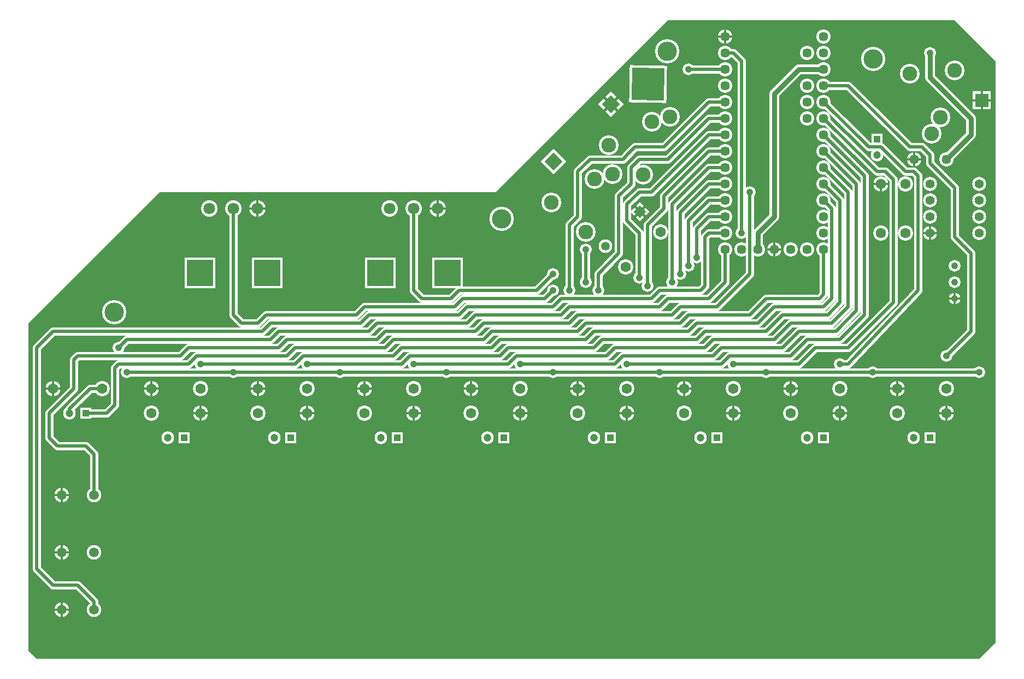
<source format=gbl>
%FSLAX33Y33*%
%MOMM*%
%AMRect-W1762000-H1762000-RO1.000*
21,1,1.762,1.762,0.,0.,180*%
%AMRect-W4762000-H4762000-RO1.000*
21,1,4.762,4.762,0.,0.,180*%
%AMRect-W2794000-H2794000-RO0.250*
21,1,2.794,2.794,0.,0.,315*%
%AMRect-W1762000-H1762000-RO0.500*
21,1,1.762,1.762,0.,0.,270*%
%AMRect-W2794000-H2794000-RO1.000*
21,1,2.794,2.794,0.,0.,180*%
%AMRect-W5762000-H5762000-RO0.000*
21,1,5.762,5.762,0.,0.,359*%
%AMRect-W2112000-H2112000-RO0.750*
21,1,2.112,2.112,0.,0.,225*%
%AMRect-W400000-H1371500-RO1.000*
21,1,0.4,1.3715,0.,0.,180*%
%AMRect-W1371500-H400000-RO1.000*
21,1,1.3715,0.4,0.,0.,180*%
%AMRect-W381000-H1471500-RO1.000*
21,1,0.381,1.4715,0.,0.,180*%
%AMRect-W1471500-H381000-RO1.000*
21,1,1.4715,0.381,0.,0.,180*%
%AMRect-W381000-H1587500-RO0.250*
21,1,0.381,1.5875,0.,0.,315*%
%AMRect-W1587500-H381000-RO0.250*
21,1,1.5875,0.381,0.,0.,315*%
%AMRect-W381000-H1104900-RO0.500*
21,1,0.381,1.1049,0.,0.,270*%
%AMRect-W1104900-H381000-RO0.500*
21,1,1.1049,0.381,0.,0.,270*%
%AMRect-W400000-H1371500-RO1.500*
21,1,0.4,1.3715,0.,0.,90*%
%AMRect-W1371500-H400000-RO1.500*
21,1,1.3715,0.4,0.,0.,90*%
%AMRect-W381000-H1587500-RO1.000*
21,1,0.381,1.5875,0.,0.,180*%
%AMRect-W1587500-H381000-RO1.000*
21,1,1.5875,0.381,0.,0.,180*%
%AMRect-W400000-H1296500-RO1.500*
21,1,0.4,1.2965,0.,0.,90*%
%AMRect-W1296500-H400000-RO1.500*
21,1,1.2965,0.4,0.,0.,90*%
%AMRect-W400000-H1246500-RO0.750*
21,1,0.4,1.2465,0.,0.,225*%
%AMRect-W1246500-H400000-RO0.750*
21,1,1.2465,0.4,0.,0.,225*%
%AMRect-W4000000-H4000000-RO1.000*
21,1,4.,4.,0.,0.,180*%
%AMRect-W1350000-H1350000-RO0.750*
21,1,1.35,1.35,0.,0.,225*%
%AMRect-W1000000-H1000000-RO1.000*
21,1,1.,1.,0.,0.,180*%
%AMRect-W2032000-H2032000-RO0.250*
21,1,2.032,2.032,0.,0.,315*%
%AMRect-W5000000-H5000000-RO1.000*
21,1,5.,5.,0.,0.,179*%
%AMRect-W2032000-H2032000-RO1.000*
21,1,2.032,2.032,0.,0.,180*%
%AMRect-W1000000-H1000000-RO0.500*
21,1,1.,1.,0.,0.,270*%
%ADD10C,1.27*%
%ADD11C,1.524*%
%ADD12C,2.362*%
%ADD13C,1.8288*%
%ADD14C,1.962*%
%ADD15C,2.562*%
%ADD16C,3.048*%
%ADD17C,3.762*%
%ADD18C,2.112*%
%ADD19C,2.262*%
%ADD20C,2.162*%
%ADD21C,2.212*%
%ADD22C,1.812*%
%ADD23C,1.397*%
%ADD24C,1.562*%
%ADD25C,1.462*%
%ADD26C,1.762*%
%ADD27C,1.712*%
%ADD28C,2.2606*%
%ADD29C,1.612*%
%ADD30C,3.562*%
%ADD31C,1.662*%
%ADD32Rect-W1762000-H1762000-RO1.000*%
%ADD33Rect-W4762000-H4762000-RO1.000*%
%ADD34Rect-W2794000-H2794000-RO0.250*%
%ADD35Rect-W1762000-H1762000-RO0.500*%
%ADD36Rect-W2794000-H2794000-RO1.000*%
%ADD37Rect-W5762000-H5762000-RO0.000*%
%ADD38Rect-W2112000-H2112000-RO0.750*%
%ADD39R,0.381X1.3215*%
%ADD40R,1.3215X0.381*%
%ADD41R,0.4X1.3715*%
%ADD42R,1.3715X0.4*%
%ADD43R,0.4X1.2715*%
%ADD44R,1.2715X0.4*%
%ADD45R,0.4X1.2965*%
%ADD46R,1.2965X0.4*%
%ADD47Rect-W400000-H1371500-RO1.000*%
%ADD48Rect-W1371500-H400000-RO1.000*%
%ADD49Rect-W381000-H1471500-RO1.000*%
%ADD50Rect-W1471500-H381000-RO1.000*%
%ADD51Rect-W381000-H1587500-RO0.250*%
%ADD52Rect-W1587500-H381000-RO0.250*%
%ADD53Rect-W381000-H1104900-RO0.500*%
%ADD54Rect-W1104900-H381000-RO0.500*%
%ADD55Rect-W400000-H1371500-RO1.500*%
%ADD56Rect-W1371500-H400000-RO1.500*%
%ADD57Rect-W381000-H1587500-RO1.000*%
%ADD58Rect-W1587500-H381000-RO1.000*%
%ADD59Rect-W400000-H1296500-RO1.500*%
%ADD60Rect-W1296500-H400000-RO1.500*%
%ADD61Rect-W400000-H1246500-RO0.750*%
%ADD62Rect-W1246500-H400000-RO0.750*%
%ADD63C,0.508*%
%ADD64C,0.762*%
%ADD65C,3.*%
%ADD66C,1.0668*%
%ADD67C,1.8*%
%ADD68Rect-W4000000-H4000000-RO1.000*%
%ADD69C,1.6*%
%ADD70C,1.35*%
%ADD71Rect-W1350000-H1350000-RO0.750*%
%ADD72C,1.6*%
%ADD73C,1.6*%
%ADD74C,1.2*%
%ADD75Rect-W1000000-H1000000-RO1.000*%
%ADD76C,2.286*%
%ADD77Rect-W2032000-H2032000-RO0.250*%
%ADD78C,1.5*%
%ADD79C,1.4*%
%ADD80C,1.45*%
%ADD81Rect-W5000000-H5000000-RO1.000*%
%ADD82C,1.6*%
%ADD83C,1.0668*%
%ADD84C,1.45*%
%ADD85C,2.286*%
%ADD86Rect-W2032000-H2032000-RO1.000*%
%ADD87C,1.2*%
%ADD88Rect-W1000000-H1000000-RO0.500*%
D10*
%LNpour fill*%
G36*
G01*
X0Y1270D02*
X0Y52070D01*
X20320Y72390D01*
X72390Y72390D01*
X99060Y99060D01*
X143510Y99060D01*
X149860Y92710D01*
X149860Y2540D01*
X147320Y0D01*
X1270Y0D01*
X0Y1270D01*
X0Y1270D01*
G37*
%LNpour subtractive shapes*%
%LPC*%
X85090Y53340D02*
X83820Y52070D01*
X97790Y54610D02*
X83820Y54610D01*
X85090Y53340D02*
X99695Y53340D01*
X86360Y52070D02*
X100965Y52070D01*
X85090Y50800D02*
X71755Y50800D01*
X86360Y49530D02*
X73025Y49530D01*
X87630Y48260D02*
X74295Y48260D01*
X86360Y52070D02*
X85090Y50800D01*
X87630Y50800D02*
X86360Y49530D01*
X88900Y49530D02*
X87630Y48260D01*
X87630Y50800D02*
X102235Y50800D01*
X88900Y49530D02*
X103505Y49530D01*
X90805Y48260D02*
X104775Y48260D01*
X59690Y45720D02*
X74295Y45720D01*
X74295Y48260D02*
X73025Y46990D01*
X75565Y46990D02*
X74295Y45720D01*
X89535Y46990D02*
X75565Y46990D01*
X90805Y45720D02*
X76200Y45720D01*
X90805Y48260D02*
X89535Y46990D01*
X92075Y46990D02*
X90805Y45720D01*
X106045Y46990D02*
X92075Y46990D01*
X92710Y45720D02*
X107315Y45720D01*
X67945Y52070D02*
X53975Y52070D01*
X67310Y55880D02*
X66040Y54610D01*
X67945Y54610D02*
X66675Y53340D01*
X69215Y53340D02*
X67945Y52070D01*
X81280Y54610D02*
X67945Y54610D01*
X82550Y53340D02*
X69215Y53340D01*
X83820Y52070D02*
X70485Y52070D01*
X82550Y55880D02*
X81280Y54610D01*
X83820Y54610D02*
X82550Y53340D01*
X91440Y62865D02*
X91440Y71755D01*
X93345Y73660D02*
X91440Y71755D01*
X92710Y67945D02*
X94615Y66040D01*
X85090Y68580D02*
X83820Y67310D01*
X60960Y55880D02*
X59690Y57150D01*
X59690Y69850*
X65405Y55880D02*
X60960Y55880D01*
X66675Y57150D02*
X65405Y55880D01*
X78740Y57150D02*
X66675Y57150D01*
X85090Y68580D02*
X85090Y75565D01*
X88265Y59690D02*
X91440Y62865D01*
X86995Y77470D02*
X85090Y75565D01*
X86995Y77470D02*
X92075Y77470D01*
X89535Y77470D02*
X92075Y77470D01*
X80010Y55880D02*
X67310Y55880D01*
X78740Y57150D02*
X81280Y59690D01*
X81280Y57150D02*
X80010Y55880D01*
X96520Y55880D02*
X82550Y55880D01*
X83820Y67310D02*
X83820Y57150D01*
X92075Y77470D02*
X91440Y77470D01*
X92075Y77470D02*
X93980Y79375D01*
X92710Y78105*
X38735Y50800D02*
X37465Y49530D01*
X52705Y50800D02*
X38735Y50800D01*
X53975Y49530D02*
X40005Y49530D01*
X55245Y48260D02*
X41275Y48260D01*
X53975Y52070D02*
X52705Y50800D01*
X55245Y50800D02*
X53975Y49530D01*
X56515Y49530D02*
X55245Y48260D01*
X69215Y50800D02*
X55245Y50800D01*
X70485Y49530D02*
X56515Y49530D01*
X71755Y48260D02*
X57785Y48260D01*
X70485Y52070D02*
X69215Y50800D01*
X71755Y50800D02*
X70485Y49530D01*
X73025Y49530D02*
X71755Y48260D01*
X31750Y53340D02*
X31750Y69850D01*
X36830Y53340D02*
X35560Y52070D01*
X50800Y53340D02*
X36830Y53340D01*
X37465Y52070D02*
X51435Y52070D01*
X52070Y54610D02*
X50800Y53340D01*
X52705Y53340D02*
X51435Y52070D01*
X66040Y54610D02*
X52070Y54610D01*
X66675Y53340D02*
X52705Y53340D01*
X41275Y45720D02*
X26670Y45720D01*
X40005Y49530D02*
X38735Y48260D01*
X41275Y48260D02*
X40005Y46990D01*
X42545Y46990D02*
X41275Y45720D01*
X56515Y46990D02*
X42545Y46990D01*
X57785Y45720D02*
X43180Y45720D01*
X57785Y48260D02*
X56515Y46990D01*
X59055Y46990D02*
X57785Y45720D01*
X59055Y46990D02*
X73025Y46990D01*
X24765Y48260D02*
X23495Y46990D01*
X26035Y46990D02*
X24765Y45720D01*
X24765Y48260D02*
X38735Y48260D01*
X26035Y46990D02*
X40005Y46990D01*
X3810Y50800D02*
X36195Y50800D01*
X15240Y49530D02*
X37465Y49530D01*
X33020Y52070D02*
X31750Y53340D01*
X35560Y52070D02*
X33020Y52070D01*
X37465Y52070D02*
X36195Y50800D01*
X3810Y50800D02*
X1270Y48260D01*
X7620Y46990D02*
X6985Y46355D01*
X23495Y46990D02*
X7620Y46990D01*
X13970Y48260D02*
X15240Y49530D01*
X15240Y44450D02*
X147320Y44450D01*
X12065Y38100D02*
X13335Y39370D01*
X13335Y45085*
X10160Y8890D02*
X10160Y7620D01*
X10160Y31750D02*
X10160Y25400D01*
X6985Y46355D02*
X6985Y41910D01*
X11430Y41910D02*
X9525Y41910D01*
X13970Y45720D02*
X13335Y45085D01*
X13970Y45720D02*
X24765Y45720D01*
X7620Y11430D02*
X10160Y8890D01*
X8890Y33020D02*
X10160Y31750D01*
X3175Y34290D02*
X3175Y38100D01*
X6985Y41910*
X6350Y38735D02*
X6350Y38100D01*
X9525Y41910D02*
X6350Y38735D01*
X8890Y38100D02*
X12065Y38100D01*
X1270Y13970D02*
X3810Y11430D01*
X1270Y48260D02*
X1270Y13970D01*
X3175Y34290D02*
X4445Y33020D01*
X3810Y11430D02*
X7620Y11430D01*
X4445Y33020D02*
X8890Y33020D01*
X146050Y50800D02*
X142240Y46990D01*
X146050Y50800D02*
X146050Y62865D01*
X128270Y53975D02*
X128270Y73660D01*
X129540Y53340D02*
X129540Y74930D01*
X133985Y55245D02*
X133985Y74295D01*
X125730Y55245D02*
X123825Y53340D01*
X127000Y54610D02*
X124460Y52070D01*
X125730Y55245D02*
X125730Y71120D01*
X127000Y54610D02*
X127000Y72390D01*
X127000Y48260D02*
X121920Y48260D01*
X128270Y53975D02*
X125095Y50800D01*
X127000Y45720D02*
X125730Y45720D01*
X125730Y49530D02*
X129540Y53340D01*
X137795Y57150D02*
X127000Y45720D01*
X127000Y48260D02*
X133985Y55245D01*
X143510Y65405D02*
X143510Y73025D01*
X143510Y65405D02*
X143510Y73025D01*
X137795Y57150D02*
X137795Y74930D01*
X143510Y65405D02*
X146050Y62865D01*
X139700Y76835D02*
X143510Y73025D01*
X143510Y71755*
X123190Y71120D02*
X124460Y69850D01*
X123190Y73660D02*
X125730Y71120D01*
X123190Y76200D02*
X127000Y72390D01*
X123190Y78740D02*
X128270Y73660D01*
X123190Y56515D02*
X122555Y55880D01*
X123190Y56515D02*
X123190Y63500D01*
X124460Y55880D02*
X124460Y69850D01*
X106045Y49530D02*
X104775Y48260D01*
X114300Y50800D02*
X104775Y50800D01*
X107315Y48260D02*
X106045Y46990D01*
X115570Y49530D02*
X106045Y49530D01*
X107315Y48260D02*
X116840Y48260D01*
X122555Y55880D02*
X114300Y55880D01*
X123190Y54610D02*
X115570Y54610D01*
X123825Y53340D02*
X116840Y53340D01*
X124460Y52070D02*
X118110Y52070D01*
X124460Y55880D02*
X123190Y54610D01*
X118110Y46990D02*
X108585Y46990D01*
X119380Y45720D02*
X109220Y45720D01*
X116840Y53340D02*
X114300Y50800D01*
X118110Y52070D02*
X115570Y49530D01*
X119380Y50800D02*
X116840Y48260D01*
X120650Y49530D02*
X118110Y46990D01*
X121920Y48260D02*
X119380Y45720D01*
X125095Y50800D02*
X119380Y50800D01*
X125730Y49530D02*
X120650Y49530D01*
X102235Y53340D02*
X100965Y52070D01*
X103505Y52070D02*
X102235Y50800D01*
X104775Y50800D02*
X103505Y49530D01*
X113030Y52070D02*
X103505Y52070D01*
X99060Y55880D02*
X97790Y54610D01*
X105410Y55880D02*
X99060Y55880D01*
X100965Y54610D02*
X99695Y53340D01*
X106680Y54610D02*
X100965Y54610D01*
X102235Y53340D02*
X111760Y53340D01*
X105410Y55880D02*
X107950Y58420D01*
X106680Y54610D02*
X111760Y59690D01*
X114300Y55880D02*
X111760Y53340D01*
X115570Y54610D02*
X113030Y52070D01*
X108585Y46990D02*
X107315Y45720D01*
X123190Y88900D02*
X125095Y88900D01*
X123190Y88900D02*
X127000Y88900D01*
D11*
X139700Y93980D02*
X139700Y90170D01*
D10*
X109220Y93980D02*
X110490Y92710D01*
D11*
X123190Y91440D02*
X119380Y91440D01*
D10*
X107950Y91440D02*
X102235Y91440D01*
X107950Y93980D02*
X109220Y93980D01*
X136525Y79375D02*
X138430Y79375D01*
D11*
X139700Y90170D02*
X146050Y83820D01*
X146050Y81280*
D10*
X123190Y86360D02*
X130175Y79375D01*
X127000Y88900D02*
X136525Y79375D01*
X130175Y79375D02*
X132080Y79375D01*
X105410Y81280D02*
X107950Y81280D01*
X105410Y83820D02*
X107950Y83820D01*
X105410Y86360D02*
X107950Y86360D01*
D11*
X119380Y91440D02*
X115570Y87630D01*
D10*
X135890Y75565D02*
X136525Y75565D01*
X135890Y75565D02*
X137160Y75565D01*
X137795Y74930*
X138430Y79375D02*
X139700Y78105D01*
X139700Y76835*
D11*
X146050Y81280D02*
X142240Y77470D01*
D10*
X123190Y81280D02*
X129540Y74930D01*
X123190Y83820D02*
X131445Y75565D01*
X123190Y83820D02*
X130175Y76835D01*
X131445Y75565D02*
X132715Y75565D01*
X132080Y79375D02*
X135890Y75565D01*
X132715Y75565D02*
X133985Y74295D01*
X98425Y79375D02*
X97155Y79375D01*
X98425Y79375D02*
X105410Y86360D01*
X99060Y77470D02*
X105410Y83820D01*
X105410Y76200D02*
X107950Y76200D01*
X105410Y78740D02*
X107950Y78740D01*
X105410Y66040D02*
X104775Y65405D01*
X107950Y66040D02*
X105410Y66040D01*
X105410Y68580D02*
X107950Y68580D01*
D11*
X115570Y68580D02*
X113030Y66040D01*
D10*
X110490Y92710D02*
X110490Y66040D01*
D11*
X115570Y68580D02*
X115570Y87630D01*
X113030Y66040D02*
X113030Y63500D01*
D10*
X104775Y57785D02*
X104140Y57150D01*
X104775Y57785D02*
X104775Y65405D01*
X104775Y57785D02*
X104775Y65405D01*
X104775Y61595*
X107950Y58420D02*
X107950Y63500D01*
X111760Y72390D02*
X111760Y59690D01*
X102235Y60960D02*
X102235Y67945D01*
X103505Y62230D02*
X103505Y66675D01*
X104140Y57150D02*
X97790Y57150D01*
X99695Y58420D02*
X99695Y70485D01*
X100965Y59690D02*
X100965Y69215D01*
X98425Y71755D02*
X98425Y69850D01*
X100965Y69215D02*
X105410Y73660D01*
X102235Y67945D02*
X105410Y71120D01*
X103505Y66675D02*
X105410Y68580D01*
X96520Y72390D02*
X105410Y81280D01*
X98425Y71755D02*
X105410Y78740D01*
X99695Y70485D02*
X105410Y76200D01*
X105410Y71120D02*
X107950Y71120D01*
X105410Y73660D02*
X107950Y73660D01*
X94615Y59055D02*
X94615Y66040D01*
X95885Y57785D02*
X95885Y67310D01*
X97790Y57150D02*
X96520Y55880D01*
X94615Y66040D02*
X94615Y59690D01*
X95885Y60325D02*
X95885Y67310D01*
X95885Y64135*
X98425Y69850D02*
X95885Y67310D01*
X96520Y72390D02*
X94615Y72390D01*
X94615Y77470D02*
X99060Y77470D01*
X95885Y77470*
X93345Y73660D02*
X93345Y76200D01*
X93345Y74930*
X94615Y77470D02*
X93345Y76200D01*
X93980Y79375D02*
X98425Y79375D01*
X92710Y67945D02*
X93345Y67310D01*
X92710Y67945D02*
X92710Y70485D01*
X92710Y69215*
X94615Y72390D02*
X92710Y70485D01*
X86354Y58426D02*
X86360Y58420D01*
X86354Y63500D02*
X86354Y58426D01*
X88265Y59690D02*
X88265Y57150D01*
D12*
X59690Y41910D03*
D13*
X59690Y45720D03*
X64770Y44450D03*
D12*
X68580Y41910D03*
X76200Y41910D03*
D13*
X76200Y45720D03*
X81280Y44450D03*
D12*
X85090Y41910D03*
X92710Y41910D03*
D13*
X92710Y45720D03*
D12*
X52070Y38100D03*
X59690Y38100D03*
X68580Y38100D03*
X76200Y38100D03*
X85090Y38100D03*
X92710Y38100D03*
D13*
X43180Y45720D03*
X48260Y44450D03*
D12*
X52070Y41910D03*
D14*
X38100Y34290D03*
X54610Y34290D03*
X71120Y34290D03*
X87630Y34290D03*
D12*
X92556Y60806D03*
D15*
X55940Y69850D03*
X59690Y69850D03*
D13*
X59690Y69850D03*
D15*
X63440Y69850D03*
D16*
X81032Y70785D03*
D17*
X73300Y68200D03*
D16*
X86354Y66218D03*
D13*
X86354Y63500D03*
D18*
X89381Y63981D03*
D16*
X87742Y74384D03*
X89922Y79675D03*
D13*
X81280Y57150D03*
X81280Y59690D03*
X83820Y57150D03*
X86360Y58420D03*
D16*
X90508Y75174D03*
D15*
X28000Y69850D03*
X31750Y69850D03*
X35500Y69850D03*
D17*
X13275Y53725D03*
D13*
X13970Y48260D03*
X26670Y45720D03*
X31750Y44450D03*
D12*
X43180Y41910D03*
X35560Y38100D03*
X35560Y41910D03*
X43180Y38100D03*
X19050Y38100D03*
X19050Y41910D03*
X26670Y38100D03*
X26670Y41910D03*
D14*
X21590Y34290D03*
D13*
X15240Y44450D03*
D19*
X5120Y7620D03*
X5120Y16510D03*
X5120Y25400D03*
X10120Y7620D03*
X10120Y16510D03*
X10120Y25400D03*
D13*
X10160Y16510D03*
D12*
X3810Y41910D03*
D14*
X6350Y38100D03*
D12*
X11430Y41910D03*
D13*
X142240Y46990D03*
D12*
X134620Y38100D03*
X134620Y41910D03*
D14*
X137160Y34290D03*
D12*
X142240Y38100D03*
X142240Y41910D03*
D13*
X147320Y44450D03*
X143510Y55880D03*
D20*
X147320Y66040D03*
X147320Y68580D03*
D12*
X132080Y73660D03*
X135890Y73660D03*
D20*
X139700Y71120D03*
X139700Y73660D03*
D13*
X143510Y58420D03*
X143510Y60960D03*
D20*
X147320Y71120D03*
X147320Y73660D03*
D21*
X123190Y73660D03*
X123190Y68580D03*
D12*
X132080Y66040D03*
X135890Y66040D03*
D20*
X139700Y66040D03*
X139700Y68580D03*
D21*
X115570Y63500D03*
X118110Y63500D03*
D13*
X114300Y44450D03*
D12*
X118110Y38100D03*
X118110Y41910D03*
D14*
X120650Y34290D03*
D12*
X125730Y38100D03*
X125730Y41910D03*
D13*
X125730Y45720D03*
X130810Y44450D03*
X97790Y44450D03*
D12*
X101600Y38100D03*
X101600Y41910D03*
D14*
X104140Y34290D03*
D12*
X109220Y38100D03*
X109220Y41910D03*
D13*
X109220Y45720D03*
D16*
X136520Y90729D03*
D13*
X139700Y93980D03*
D16*
X143513Y91262D03*
D17*
X130900Y93000D03*
D21*
X120650Y88900D03*
X120650Y93980D03*
X123190Y88900D03*
X123190Y91440D03*
X123190Y93980D03*
X123190Y96520D03*
D13*
X102235Y91440D03*
D21*
X107950Y88900D03*
X107950Y91440D03*
X107950Y93980D03*
X107950Y96520D03*
D17*
X99000Y94250D03*
D16*
X139915Y81458D03*
X141312Y83972D03*
D21*
X120650Y83820D03*
X120650Y86360D03*
X123190Y81280D03*
X123190Y83820D03*
X123190Y86360D03*
D16*
X99398Y84064D03*
D21*
X107950Y81280D03*
X107950Y83820D03*
X107950Y86360D03*
X137200Y77470D03*
X142200Y77470D03*
X123190Y78740D03*
D14*
X131445Y78125D03*
D21*
X107950Y76200D03*
X107950Y78740D03*
X123190Y76200D03*
X107950Y66040D03*
X107950Y71120D03*
X107950Y73660D03*
D13*
X111760Y72390D03*
D21*
X123190Y71120D03*
D13*
X110490Y66040D03*
D21*
X107950Y68580D03*
X120650Y63500D03*
X123190Y63500D03*
X123190Y66040D03*
X107950Y63500D03*
X110490Y63500D03*
X113030Y63500D03*
D13*
X102235Y60960D03*
X103505Y62230D03*
X99695Y58420D03*
X100965Y59690D03*
D12*
X97944Y66194D03*
D13*
X94615Y59055D03*
X95885Y57785D03*
D16*
X96632Y83274D03*
X95244Y75108D03*
D13*
X88265Y57150D03*
D22*
X101600Y41910D03*
X109220Y41910D03*
D23*
X114300Y44450D03*
D22*
X118110Y41910D03*
X68580Y41910D03*
X76200Y41910D03*
D23*
X76200Y45720D03*
X81280Y44450D03*
D22*
X85090Y41910D03*
X92710Y41910D03*
D23*
X97790Y44450D03*
X15240Y44450D03*
X26670Y45720D03*
X31750Y44450D03*
X43180Y45720D03*
X48260Y44450D03*
X59690Y45720D03*
X64770Y44450D03*
D22*
X68580Y38100D03*
X76200Y38100D03*
X85090Y38100D03*
X92710Y38100D03*
X101600Y38100D03*
X109220Y38100D03*
X118110Y38100D03*
X35560Y41910D03*
X43180Y38100D03*
X43180Y41910D03*
X52070Y38100D03*
X52070Y41910D03*
X59690Y38100D03*
X59690Y41910D03*
X3810Y41910D03*
D24*
X6350Y38100D03*
D25*
X8890Y38100D03*
D22*
X11430Y41910D03*
X19050Y41910D03*
X26670Y41910D03*
X35560Y38100D03*
D25*
X57150Y34290D03*
D24*
X71120Y34290D03*
D25*
X73660Y34290D03*
D24*
X87630Y34290D03*
D25*
X90170Y34290D03*
D24*
X104140Y34290D03*
D25*
X106680Y34290D03*
D22*
X19050Y38100D03*
D24*
X21590Y34290D03*
D25*
X24130Y34290D03*
D22*
X26670Y38100D03*
D24*
X38100Y34290D03*
D25*
X40640Y34290D03*
D24*
X54610Y34290D03*
D26*
X5120Y7620D03*
X5120Y16510D03*
X5120Y25400D03*
X10120Y7620D03*
X10120Y16510D03*
X10120Y25400D03*
D23*
X10160Y16510D03*
D27*
X107950Y88900D03*
X107950Y91440D03*
X107950Y93980D03*
X107950Y96520D03*
D28*
X99398Y84064D03*
D23*
X102235Y91440D03*
D27*
X107950Y76200D03*
X107950Y78740D03*
X107950Y81280D03*
X107950Y83820D03*
X107950Y86360D03*
D17*
X99000Y94250D03*
D28*
X81349Y77114D03*
X87742Y74384D03*
X89922Y79675D03*
X90239Y86004D03*
X90508Y75174D03*
X95244Y75108D03*
X96632Y83274D03*
D27*
X107950Y68580D03*
X107950Y71120D03*
X107950Y73660D03*
D23*
X110490Y66040D03*
X111760Y72390D03*
D27*
X113030Y63500D03*
X115570Y63500D03*
D28*
X81032Y70785D03*
X86354Y66218D03*
D23*
X86354Y63500D03*
D29*
X89381Y63981D03*
X94769Y69369D03*
D22*
X97944Y66194D03*
D27*
X107950Y66040D03*
D17*
X73300Y68200D03*
D26*
X28000Y69850D03*
X31750Y69850D03*
X35500Y69850D03*
X55940Y69850D03*
X59690Y69850D03*
D23*
X59690Y69850D03*
D26*
X63440Y69850D03*
D23*
X99695Y58420D03*
X100965Y59690D03*
X102235Y60960D03*
X103505Y62230D03*
D27*
X107950Y63500D03*
D23*
X109220Y45720D03*
D27*
X110490Y63500D03*
D23*
X83820Y57150D03*
X86360Y58420D03*
X88265Y57150D03*
D22*
X92556Y60806D03*
D23*
X92710Y45720D03*
X94615Y59055D03*
X95885Y57785D03*
X13970Y48260D03*
D30*
X26550Y59850D03*
X36950Y59850D03*
X54490Y59850D03*
X64890Y59850D03*
D23*
X81280Y57150D03*
X81280Y59690D03*
D17*
X13275Y53725D03*
D28*
X141312Y83972D03*
X143513Y91262D03*
X147764Y86563D03*
D27*
X123190Y88900D03*
X123190Y91440D03*
X123190Y93980D03*
X123190Y96520D03*
D28*
X136520Y90729D03*
X139915Y81458D03*
D23*
X139700Y93980D03*
D17*
X130900Y93000D03*
D27*
X120650Y83820D03*
X120650Y86360D03*
X120650Y88900D03*
X120650Y93980D03*
X123190Y81280D03*
X123190Y83820D03*
X123190Y86360D03*
D31*
X139700Y71120D03*
X139700Y73660D03*
D27*
X142200Y77470D03*
D31*
X147320Y66040D03*
X147320Y68580D03*
X147320Y71120D03*
X147320Y73660D03*
D24*
X131445Y80625D03*
D22*
X132080Y73660D03*
X135890Y66040D03*
X135890Y73660D03*
D27*
X137200Y77470D03*
D31*
X139700Y66040D03*
X139700Y68580D03*
D27*
X123190Y66040D03*
X123190Y68580D03*
X123190Y71120D03*
X123190Y73660D03*
X123190Y76200D03*
X123190Y78740D03*
D24*
X131445Y78125D03*
D22*
X142240Y38100D03*
X142240Y41910D03*
D23*
X142240Y46990D03*
X143510Y55880D03*
X143510Y58420D03*
X143510Y60960D03*
X147320Y44450D03*
X125730Y45720D03*
X130810Y44450D03*
D22*
X132080Y66040D03*
X134620Y38100D03*
X134620Y41910D03*
D24*
X137160Y34290D03*
D25*
X139700Y34290D03*
D27*
X118110Y63500D03*
X120650Y63500D03*
D24*
X120650Y34290D03*
D27*
X123190Y63500D03*
D25*
X123190Y34290D03*
D22*
X125730Y38100D03*
X125730Y41910D03*
D32*
X57150Y34290D03*
X73660Y34290D03*
X90170Y34290D03*
X40640Y34290D03*
D33*
X64890Y59850D03*
D34*
X81349Y77114D03*
X90239Y86004D03*
D33*
X26550Y59850D03*
X36950Y59850D03*
X54490Y59850D03*
D32*
X24130Y34290D03*
X8890Y38100D03*
X139700Y34290D03*
X123190Y34290D03*
X106680Y34290D03*
D35*
X131445Y80625D03*
D36*
X147764Y86563D03*
D37*
X96012Y89154D03*
D38*
X94769Y69369D03*
%LNpour readded shapes*%
%LPD*%
D39*
X5120Y8185D03*
X5120Y7054D03*
D40*
X4554Y7620D03*
X5686Y7620D03*
D39*
X5120Y17076D03*
X5120Y15944D03*
D40*
X4554Y16510D03*
X5686Y16510D03*
D39*
X5120Y25965D03*
X5120Y24834D03*
D40*
X4554Y25400D03*
X5686Y25400D03*
D41*
X3810Y42501D03*
X3810Y41319D03*
D42*
X3220Y41910D03*
X4401Y41910D03*
D43*
X139700Y66581D03*
X139700Y65499D03*
D44*
X139160Y66040D03*
X140240Y66040D03*
D45*
X115570Y64053D03*
X115570Y62947D03*
D46*
X115017Y63500D03*
X116123Y63500D03*
D45*
X107950Y97073D03*
X107950Y95967D03*
D46*
X107397Y96520D03*
X108503Y96520D03*
D41*
X3810Y42501D03*
X3810Y41319D03*
D42*
X3220Y41910D03*
X4401Y41910D03*
D39*
X5120Y8185D03*
X5120Y7054D03*
D40*
X4554Y7620D03*
X5686Y7620D03*
D39*
X5120Y17076D03*
X5120Y15944D03*
D40*
X4554Y16510D03*
X5686Y16510D03*
D39*
X5120Y25965D03*
X5120Y24834D03*
D40*
X4554Y25400D03*
X5686Y25400D03*
D45*
X107950Y97073D03*
X107950Y95967D03*
D46*
X107397Y96520D03*
X108503Y96520D03*
D45*
X115570Y64053D03*
X115570Y62947D03*
D46*
X115017Y63500D03*
X116123Y63500D03*
D43*
X139700Y66581D03*
X139700Y65499D03*
D44*
X139160Y66040D03*
X140240Y66040D03*
D47*
X68580Y41319D03*
X68580Y42501D03*
D48*
X69171Y41910D03*
X67990Y41910D03*
D47*
X85090Y41319D03*
X85090Y42501D03*
D48*
X85680Y41910D03*
X84499Y41910D03*
D47*
X59690Y37510D03*
X59690Y38691D03*
D48*
X60281Y38100D03*
X59099Y38100D03*
D47*
X76200Y37510D03*
X76200Y38691D03*
D48*
X76790Y38100D03*
X75609Y38100D03*
D47*
X92710Y37510D03*
X92710Y38691D03*
D48*
X93300Y38100D03*
X92120Y38100D03*
D47*
X52070Y41319D03*
X52070Y42501D03*
D48*
X52660Y41910D03*
X51480Y41910D03*
D49*
X63440Y69210D03*
X63440Y70490D03*
D50*
X64081Y69850D03*
X62800Y69850D03*
D51*
X90732Y86498D03*
X89745Y85510D03*
D52*
X89745Y86498D03*
X90732Y85510D03*
D49*
X35500Y69210D03*
X35500Y70490D03*
D50*
X36141Y69850D03*
X34859Y69850D03*
D47*
X35560Y41319D03*
X35560Y42501D03*
D48*
X36151Y41910D03*
X34969Y41910D03*
D47*
X43180Y37510D03*
X43180Y38691D03*
D48*
X43770Y38100D03*
X42590Y38100D03*
D47*
X19050Y41319D03*
X19050Y42501D03*
D48*
X19640Y41910D03*
X18459Y41910D03*
D47*
X26670Y37510D03*
X26670Y38691D03*
D48*
X27261Y38100D03*
X26079Y38100D03*
D47*
X134620Y41319D03*
X134620Y42501D03*
D48*
X135210Y41910D03*
X134030Y41910D03*
D47*
X142240Y37510D03*
X142240Y38691D03*
D48*
X142831Y38100D03*
X141649Y38100D03*
D53*
X143967Y55880D03*
X143053Y55880D03*
D54*
X143510Y56337D03*
X143510Y55423D03*
D55*
X131489Y73660D03*
X132671Y73660D03*
D56*
X132080Y73070D03*
D47*
X118110Y41319D03*
X118110Y42501D03*
D48*
X118701Y41910D03*
X117519Y41910D03*
D47*
X125730Y37510D03*
X125730Y38691D03*
D48*
X126320Y38100D03*
X125139Y38100D03*
D47*
X101600Y41319D03*
X101600Y42501D03*
D48*
X102191Y41910D03*
X101010Y41910D03*
D47*
X109220Y37510D03*
X109220Y38691D03*
D48*
X109811Y38100D03*
X108629Y38100D03*
D57*
X147764Y85865D03*
X147764Y87262D03*
D58*
X148462Y86563D03*
X147065Y86563D03*
D59*
X136647Y77470D03*
X137753Y77470D03*
D60*
X137200Y76917D03*
X137200Y78023D03*
D61*
X95142Y68996D03*
X94396Y69742D03*
D62*
X95142Y69742D03*
X94396Y68996D03*
D47*
X101600Y41319D03*
X101600Y42501D03*
D48*
X102191Y41910D03*
X101010Y41910D03*
D47*
X118110Y41319D03*
X118110Y42501D03*
D48*
X118701Y41910D03*
X117519Y41910D03*
D47*
X68580Y41319D03*
X68580Y42501D03*
D48*
X69171Y41910D03*
X67990Y41910D03*
D47*
X85090Y41319D03*
X85090Y42501D03*
D48*
X85680Y41910D03*
X84499Y41910D03*
D47*
X76200Y37510D03*
X76200Y38691D03*
D48*
X76790Y38100D03*
X75609Y38100D03*
D47*
X92710Y37510D03*
X92710Y38691D03*
D48*
X93300Y38100D03*
X92120Y38100D03*
D47*
X109220Y37510D03*
X109220Y38691D03*
D48*
X109811Y38100D03*
X108629Y38100D03*
D47*
X35560Y41319D03*
X35560Y42501D03*
D48*
X36151Y41910D03*
X34969Y41910D03*
D47*
X43180Y37510D03*
X43180Y38691D03*
D48*
X43770Y38100D03*
X42590Y38100D03*
D47*
X52070Y41319D03*
X52070Y42501D03*
D48*
X52660Y41910D03*
X51480Y41910D03*
D47*
X59690Y37510D03*
X59690Y38691D03*
D48*
X60281Y38100D03*
X59099Y38100D03*
D47*
X19050Y41319D03*
X19050Y42501D03*
D48*
X19640Y41910D03*
X18459Y41910D03*
D47*
X26670Y37510D03*
X26670Y38691D03*
D48*
X27261Y38100D03*
X26079Y38100D03*
D51*
X90732Y86498D03*
X89745Y85510D03*
D52*
X89745Y86498D03*
X90732Y85510D03*
D61*
X95142Y68996D03*
X94396Y69742D03*
D62*
X95142Y69742D03*
X94396Y68996D03*
D49*
X35500Y69210D03*
X35500Y70490D03*
D50*
X36141Y69850D03*
X34859Y69850D03*
D49*
X63440Y69210D03*
X63440Y70490D03*
D50*
X64081Y69850D03*
X62800Y69850D03*
D57*
X147764Y85865D03*
X147764Y87262D03*
D58*
X148462Y86563D03*
X147065Y86563D03*
D55*
X131489Y73660D03*
X132671Y73660D03*
D56*
X132080Y73070D03*
D59*
X136647Y77470D03*
X137753Y77470D03*
D60*
X137200Y76917D03*
X137200Y78023D03*
D47*
X142240Y37510D03*
X142240Y38691D03*
D48*
X142831Y38100D03*
X141649Y38100D03*
D53*
X143967Y55880D03*
X143053Y55880D03*
D54*
X143510Y56337D03*
X143510Y55423D03*
D47*
X134620Y41319D03*
X134620Y42501D03*
D48*
X135210Y41910D03*
X134030Y41910D03*
D47*
X125730Y37510D03*
X125730Y38691D03*
D48*
X126320Y38100D03*
X125139Y38100D03*
%LNbottom copper_traces*%
D63*
X55245Y48260D02*
X41275Y48260D01*
X66040Y54610D02*
X52070Y54610D01*
X133985Y55245D02*
X133985Y74295D01*
X83820Y67310D02*
X83820Y57150D01*
X86995Y77470D02*
X85090Y75565D01*
X127000Y48260D02*
X133985Y55245D01*
X96520Y72390D02*
X105410Y81280D01*
X92075Y46990D02*
X90805Y45720D01*
D64*
X113030Y66040D02*
X113030Y63500D01*
D63*
X85090Y68580D02*
X83820Y67310D01*
X88265Y59690D02*
X91440Y62865D01*
X104775Y65405D02*
X104775Y61595D01*
X33020Y52070D02*
X31750Y53340D01*
X100965Y69215D02*
X105410Y73660D01*
X67945Y54610D02*
X66675Y53340D01*
X78740Y57150D02*
X81280Y59690D01*
X89535Y77470D02*
X92075Y77470D01*
X95885Y60325D02*
X95885Y67310D01*
X93980Y79375D02*
X98425Y79375D01*
X38735Y50800D02*
X37465Y49530D01*
X146050Y50800D02*
X142240Y46990D01*
X143510Y65405D02*
X146050Y62865D01*
X123825Y53340D02*
X116840Y53340D01*
X128270Y53975D02*
X125095Y50800D01*
X104775Y50800D02*
X103505Y49530D01*
X53975Y49530D02*
X40005Y49530D01*
X6350Y38735D02*
X6350Y38100D01*
X106045Y49530D02*
X104775Y48260D01*
X96520Y55880D02*
X82550Y55880D01*
X15240Y44450D02*
X147320Y44450D01*
X143510Y65405D02*
X143510Y73025D01*
D64*
X123190Y91440D02*
X119380Y91440D01*
D63*
X85090Y68580D02*
X85090Y75565D01*
X86360Y52070D02*
X85090Y50800D01*
X116840Y53340D02*
X114300Y50800D01*
X100965Y54610D02*
X99695Y53340D01*
X36830Y53340D02*
X35560Y52070D01*
X110490Y92710D02*
X110490Y66040D01*
X60960Y55880D02*
X59690Y57150D01*
X86354Y58426D02*
X86360Y58420D01*
X103505Y66675D02*
X105410Y68580D01*
X99695Y58420D02*
X99695Y70485D01*
X82550Y55880D02*
X81280Y54610D01*
X3175Y34290D02*
X3175Y38100D01*
X123190Y71120D02*
X124460Y69850D01*
X59690Y57150D02*
X59690Y69850D01*
X90805Y48260D02*
X89535Y46990D01*
X70485Y52070D02*
X69215Y50800D01*
X129540Y53340D02*
X129540Y74930D01*
X115570Y54610D02*
X113030Y52070D01*
X92710Y70485D02*
X92710Y69215D01*
X111760Y72390D02*
X111760Y59690D01*
X124460Y52070D02*
X118110Y52070D01*
X103505Y52070D02*
X102235Y50800D01*
X104775Y57785D02*
X104775Y65405D01*
X69215Y53340D02*
X67945Y52070D01*
X123190Y54610D02*
X115570Y54610D01*
X86354Y63500D02*
X86354Y58426D01*
X15240Y49530D02*
X37465Y49530D01*
X94615Y77470D02*
X99060Y77470D01*
X11430Y41910D02*
X9525Y41910D01*
X138430Y79375D02*
X139700Y78105D01*
X71755Y50800D02*
X70485Y49530D01*
X3175Y34290D02*
X4445Y33020D01*
X123190Y78740D02*
X128270Y73660D01*
D64*
X146050Y81280D02*
X142240Y77470D01*
D63*
X127000Y48260D02*
X121920Y48260D01*
X102235Y60960D02*
X102235Y67945D01*
X97790Y54610D02*
X83820Y54610D01*
X139700Y78105D02*
X139700Y76835D01*
X119380Y45720D02*
X109220Y45720D01*
X105410Y83820D02*
X107950Y83820D01*
X127000Y54610D02*
X124460Y52070D01*
X94615Y66040D02*
X94615Y59690D01*
X100965Y59690D02*
X100965Y69215D01*
X108585Y46990D02*
X107315Y45720D01*
X74295Y48260D02*
X73025Y46990D01*
X98425Y79375D02*
X105410Y86360D01*
X83820Y54610D02*
X82550Y53340D01*
X80010Y55880D02*
X67310Y55880D01*
X55245Y50800D02*
X53975Y49530D01*
X82550Y53340D02*
X69215Y53340D01*
X40005Y49530D02*
X38735Y48260D01*
X105410Y71120D02*
X107950Y71120D01*
X124460Y55880D02*
X123190Y54610D01*
X90805Y45720D02*
X76200Y45720D01*
X4445Y33020D02*
X8890Y33020D01*
X52705Y53340D02*
X51435Y52070D01*
X99695Y70485D02*
X105410Y76200D01*
X87630Y50800D02*
X86360Y49530D01*
X92075Y77470D02*
X91440Y77470D01*
X106045Y46990D02*
X92075Y46990D01*
X57785Y48260D02*
X56515Y46990D01*
X24765Y48260D02*
X38735Y48260D01*
X122555Y55880D02*
X114300Y55880D01*
X81280Y54610D02*
X67945Y54610D01*
X123190Y73660D02*
X125730Y71120D01*
X13970Y45720D02*
X24765Y45720D01*
X125095Y50800D02*
X119380Y50800D01*
X98425Y71755D02*
X105410Y78740D01*
X105410Y68580D02*
X107950Y68580D01*
D64*
X139700Y90170D02*
X146050Y83820D01*
D63*
X88900Y49530D02*
X103505Y49530D01*
X59690Y45720D02*
X74295Y45720D01*
X98425Y71755D02*
X98425Y69850D01*
X83820Y52070D02*
X70485Y52070D01*
X107315Y48260D02*
X106045Y46990D01*
X132715Y75565D02*
X133985Y74295D01*
X97790Y57150D02*
X96520Y55880D01*
X123190Y56515D02*
X122555Y55880D01*
X41275Y45720D02*
X26670Y45720D01*
X81280Y57150D02*
X80010Y55880D01*
X92710Y67945D02*
X93345Y67310D01*
X90805Y48260D02*
X104775Y48260D01*
X87630Y50800D02*
X102235Y50800D01*
X107950Y93980D02*
X109220Y93980D01*
X99060Y77470D02*
X105410Y83820D01*
X131445Y75565D02*
X132715Y75565D01*
X113030Y52070D02*
X103505Y52070D01*
X70485Y49530D02*
X56515Y49530D01*
X26035Y46990D02*
X40005Y46990D01*
X86360Y52070D02*
X100965Y52070D01*
X114300Y55880D02*
X111760Y53340D01*
X102235Y53340D02*
X100965Y52070D01*
X9525Y41910D02*
X6350Y38735D01*
X37465Y52070D02*
X51435Y52070D01*
X94615Y77470D02*
X93345Y76200D01*
X96520Y72390D02*
X94615Y72390D01*
X7620Y11430D02*
X10160Y8890D01*
X125730Y55245D02*
X125730Y71120D01*
X143510Y65405D02*
X143510Y73025D01*
X107950Y58420D02*
X107950Y63500D01*
X123190Y83820D02*
X130175Y76835D01*
X1270Y48260D02*
X1270Y13970D01*
X99060Y55880D02*
X97790Y54610D01*
X107950Y91440D02*
X102235Y91440D01*
X67310Y55880D02*
X66040Y54610D01*
X123190Y56515D02*
X123190Y63500D01*
X3810Y11430D02*
X7620Y11430D01*
X137795Y57150D02*
X137795Y74930D01*
X69215Y50800D02*
X55245Y50800D01*
X8890Y33020D02*
X10160Y31750D01*
X127000Y88900D02*
X136525Y79375D01*
X98425Y69850D02*
X95885Y67310D01*
X10160Y31750D02*
X10160Y25400D01*
X10160Y8890D02*
X10160Y7620D01*
X132080Y79375D02*
X135890Y75565D01*
X37465Y52070D02*
X36195Y50800D01*
X59055Y46990D02*
X57785Y45720D01*
X146050Y50800D02*
X146050Y62865D01*
X86995Y77470D02*
X92075Y77470D01*
X105410Y86360D02*
X107950Y86360D01*
X13335Y39370D02*
X13335Y45085D01*
X114300Y50800D02*
X104775Y50800D01*
X6985Y46355D02*
X6985Y41910D01*
X7620Y46990D02*
X6985Y46355D01*
X66675Y57150D02*
X65405Y55880D01*
X98425Y79375D02*
X97155Y79375D01*
X12065Y38100D02*
X13335Y39370D01*
X105410Y73660D02*
X107950Y73660D01*
X120650Y49530D02*
X118110Y46990D01*
D64*
X146050Y83820D02*
X146050Y81280D01*
D63*
X59055Y46990D02*
X73025Y46990D01*
X137160Y75565D02*
X137795Y74930D01*
X107950Y66040D02*
X105410Y66040D01*
X3810Y50800D02*
X36195Y50800D01*
X130175Y79375D02*
X132080Y79375D01*
X3175Y38100D02*
X6985Y41910D01*
X94615Y59055D02*
X94615Y66040D01*
X102235Y53340D02*
X111760Y53340D01*
X88265Y59690D02*
X88265Y57150D01*
X128270Y53975D02*
X128270Y73660D01*
X85090Y50800D02*
X71755Y50800D01*
D64*
X139700Y93980D02*
X139700Y90170D01*
D63*
X89535Y46990D02*
X75565Y46990D01*
X8890Y38100D02*
X12065Y38100D01*
X115570Y49530D02*
X106045Y49530D01*
X41275Y48260D02*
X40005Y46990D01*
X71755Y48260D02*
X57785Y48260D01*
X123190Y86360D02*
X130175Y79375D01*
X105410Y55880D02*
X99060Y55880D01*
X85090Y53340D02*
X99695Y53340D01*
X42545Y46990D02*
X41275Y45720D01*
X92710Y45720D02*
X107315Y45720D01*
X105410Y76200D02*
X107950Y76200D01*
X105410Y55880D02*
X107950Y58420D01*
X143510Y73025D02*
X143510Y71755D01*
X121920Y48260D02*
X119380Y45720D01*
X65405Y55880D02*
X60960Y55880D01*
X13970Y48260D02*
X15240Y49530D01*
X95885Y57785D02*
X95885Y67310D01*
X75565Y46990D02*
X74295Y45720D01*
X67945Y52070D02*
X53975Y52070D01*
X93345Y73660D02*
X93345Y76200D01*
X103505Y62230D02*
X103505Y66675D01*
X99060Y77470D02*
X95885Y77470D01*
X85090Y53340D02*
X83820Y52070D01*
X50800Y53340D02*
X36830Y53340D01*
X104775Y57785D02*
X104775Y65405D01*
X66675Y53340D02*
X52705Y53340D01*
X26035Y46990D02*
X24765Y45720D01*
X56515Y49530D02*
X55245Y48260D01*
D64*
X119380Y91440D02*
X115570Y87630D01*
D63*
X35560Y52070D02*
X33020Y52070D01*
X136525Y79375D02*
X138430Y79375D01*
X139700Y76835D02*
X143510Y73025D01*
X53975Y52070D02*
X52705Y50800D01*
X127000Y45720D02*
X125730Y45720D01*
X123190Y81280D02*
X129540Y74930D01*
X106680Y54610D02*
X111760Y59690D01*
X127000Y54610D02*
X127000Y72390D01*
X78740Y57150D02*
X66675Y57150D01*
X92075Y77470D02*
X93980Y79375D01*
X56515Y46990D02*
X42545Y46990D01*
X123190Y83820D02*
X131445Y75565D01*
X107315Y48260D02*
X116840Y48260D01*
X105410Y66040D02*
X104775Y65405D01*
X1270Y13970D02*
X3810Y11430D01*
X92710Y67945D02*
X92710Y70485D01*
X92710Y67945D02*
X94615Y66040D01*
X3810Y50800D02*
X1270Y48260D01*
X118110Y46990D02*
X108585Y46990D01*
X105410Y81280D02*
X107950Y81280D01*
X94615Y72390D02*
X92710Y70485D01*
X104775Y57785D02*
X104140Y57150D01*
X91440Y62865D02*
X91440Y71755D01*
X124460Y55880D02*
X124460Y69850D01*
X123190Y88900D02*
X127000Y88900D01*
X135890Y75565D02*
X137160Y75565D01*
X109220Y93980D02*
X110490Y92710D01*
X31750Y53340D02*
X31750Y69850D01*
X125730Y49530D02*
X129540Y53340D01*
X95885Y67310D02*
X95885Y64135D01*
D64*
X115570Y68580D02*
X113030Y66040D01*
D63*
X93345Y73660D02*
X91440Y71755D01*
D64*
X115570Y68580D02*
X115570Y87630D01*
D63*
X125730Y55245D02*
X123825Y53340D01*
X105410Y78740D02*
X107950Y78740D01*
X93980Y79375D02*
X92710Y78105D01*
X23495Y46990D02*
X7620Y46990D01*
X102235Y67945D02*
X105410Y71120D01*
X13970Y45720D02*
X13335Y45085D01*
X93345Y76200D02*
X93345Y74930D01*
X52070Y54610D02*
X50800Y53340D01*
X57785Y45720D02*
X43180Y45720D01*
X86360Y49530D02*
X73025Y49530D01*
X87630Y48260D02*
X74295Y48260D01*
X135890Y75565D02*
X136525Y75565D01*
X118110Y52070D02*
X115570Y49530D01*
X106680Y54610D02*
X100965Y54610D01*
X73025Y49530D02*
X71755Y48260D01*
X125730Y49530D02*
X120650Y49530D01*
X123190Y76200D02*
X127000Y72390D01*
X52705Y50800D02*
X38735Y50800D01*
X119380Y50800D02*
X116840Y48260D01*
X88900Y49530D02*
X87630Y48260D01*
X104140Y57150D02*
X97790Y57150D01*
X24765Y48260D02*
X23495Y46990D01*
X123190Y88900D02*
X125095Y88900D01*
X137795Y57150D02*
X127000Y45720D01*
D65*
X130900Y93000D03*
D66*
X99695Y58420D03*
X59690Y69850D03*
X102235Y60960D03*
X111760Y72390D03*
X142240Y46990D03*
X48260Y44450D03*
X102235Y91440D03*
X81280Y59690D03*
X26670Y45720D03*
X103505Y62230D03*
X130810Y44450D03*
X64770Y44450D03*
X95885Y57785D03*
X92710Y45720D03*
X31750Y44450D03*
X15240Y44450D03*
X125730Y45720D03*
X81280Y44450D03*
X147320Y44450D03*
X59690Y45720D03*
X100965Y59690D03*
D65*
X13275Y53725D03*
D66*
X13970Y48260D03*
X43180Y45720D03*
D65*
X73300Y68200D03*
D66*
X83820Y57150D03*
X114300Y44450D03*
X139700Y93980D03*
X110490Y66040D03*
X88265Y57150D03*
X76200Y45720D03*
X94615Y59055D03*
X97790Y44450D03*
X10160Y16510D03*
X81280Y57150D03*
X86354Y63500D03*
D65*
X99000Y94250D03*
D66*
X86360Y58420D03*
X109220Y45720D03*
%LNbottom copper component fb107dcccfdb0926*%
D67*
X35500Y69850D03*
X28000Y69850D03*
X31750Y69850D03*
D68*
X26550Y59850D03*
X36950Y59850D03*
%LNbottom copper component 1f20f5d5898abb2f*%
D69*
X92710Y38100D03*
X85090Y38100D03*
%LNbottom copper component 4b1e3c7fd09ccb6e*%
D70*
X89381Y63981D03*
D71*
X94769Y69369D03*
%LNbottom copper component 27b49cb97a04ef49*%
D69*
X76200Y38100D03*
X68580Y38100D03*
%LNbottom copper component a620bbc60874f67c*%
D72*
X132080Y66040D03*
X132080Y73660D03*
%LNbottom copper component ea2c1d543afd550c*%
D73*
X3810Y41910D03*
X11430Y41910D03*
%LNbottom copper component b43df3c15a639c76*%
D69*
X26670Y41910D03*
X19050Y41910D03*
%LNbottom copper component de895496bb2fd0e6*%
X109220Y38100D03*
X101600Y38100D03*
%LNbottom copper component 82f976b0e811269b*%
D72*
X135890Y66040D03*
X135890Y73660D03*
%LNbottom copper component 34e823c397d52473*%
D74*
X120650Y34290D03*
D75*
X123190Y34290D03*
%LNbottom copper component 9af73c40574899a7*%
D69*
X59690Y38100D03*
X52070Y38100D03*
%LNbottom copper component f836791b44df51a1*%
D74*
X54610Y34290D03*
D75*
X57150Y34290D03*
%LNbottom copper component b4f3b804e5a01ba0*%
D76*
X81032Y70785D03*
X86354Y66218D03*
X87742Y74384D03*
X90508Y75174D03*
D77*
X81349Y77114D03*
%LNbottom copper component 02b106f82a4a95db*%
D74*
X137160Y34290D03*
D75*
X139700Y34290D03*
%LNbottom copper component c91da9575c6a0be3*%
D78*
X10120Y16510D03*
X5120Y16510D03*
%LNbottom copper component 9f6d21584f488dcd*%
D69*
X142240Y38100D03*
X134620Y38100D03*
%LNbottom copper component d521cece24698383*%
D79*
X147320Y71120D03*
X139700Y66040D03*
X147320Y68580D03*
X139700Y68580D03*
X147320Y66040D03*
X139700Y71120D03*
X139700Y73660D03*
X147320Y73660D03*
%LNbottom copper component 97a26aaf76f6e1cc*%
D80*
X120650Y93980D03*
X120650Y88900D03*
X120650Y86360D03*
X120650Y83820D03*
X120650Y63500D03*
X118110Y63500D03*
X115570Y63500D03*
X113030Y63500D03*
X110490Y63500D03*
X107950Y96520D03*
X107950Y93980D03*
X107950Y91440D03*
X107950Y88900D03*
X107950Y86360D03*
X107950Y83820D03*
X107950Y81280D03*
X107950Y78740D03*
X107950Y76200D03*
X107950Y73660D03*
X107950Y71120D03*
X107950Y68580D03*
X107950Y66040D03*
X107950Y63500D03*
X123190Y63500D03*
X123190Y66040D03*
X123190Y68580D03*
X123190Y71120D03*
X123190Y73660D03*
X123190Y76200D03*
X123190Y78740D03*
X123190Y81280D03*
X123190Y83820D03*
X123190Y86360D03*
X123190Y88900D03*
X123190Y91440D03*
X123190Y93980D03*
X123190Y96520D03*
%LNbottom copper component 106714d2bc1b7527*%
D69*
X43180Y41910D03*
X35560Y41910D03*
%LNbottom copper component 34c941316c1a9527*%
D74*
X104140Y34290D03*
D75*
X106680Y34290D03*
%LNbottom copper component cf9d0f0b436303b1*%
D69*
X125730Y38100D03*
X118110Y38100D03*
%LNbottom copper component 58c9e35b802cae0f*%
X76200Y41910D03*
X68580Y41910D03*
%LNbottom copper component 36da97aa6b26bacf*%
D74*
X21590Y34290D03*
D75*
X24130Y34290D03*
%LNbottom copper component 62e86ca77f7b5a9a*%
D69*
X142240Y41910D03*
X134620Y41910D03*
%LNbottom copper component 497d46b69fa9bdd2*%
X43180Y38100D03*
X35560Y38100D03*
%LNbottom copper component 718ced2e03940ba8*%
D67*
X63440Y69850D03*
X55940Y69850D03*
X59690Y69850D03*
D68*
X54490Y59850D03*
X64890Y59850D03*
%LNbottom copper component c4b1df07a66167ef*%
D69*
X59690Y41910D03*
X52070Y41910D03*
%LNbottom copper component c566558ad0bcfb55*%
D74*
X71120Y34290D03*
D75*
X73660Y34290D03*
%LNbottom copper component 4820d467dc877488*%
D74*
X87630Y34290D03*
D75*
X90170Y34290D03*
%LNbottom copper component 4c04787e1f5174be*%
D81*
X96012Y89154D03*
%LNbottom copper component da1d1d7cd5a7c606*%
D82*
X92556Y60806D03*
X97944Y66194D03*
%LNbottom copper component 60ae0478fb4407c3*%
D83*
X143510Y55880D03*
X143510Y60960D03*
X143510Y58420D03*
%LNbottom copper component a8833ba25e49bac5*%
D76*
X89922Y79675D03*
X95244Y75108D03*
X96632Y83274D03*
X99398Y84064D03*
D77*
X90239Y86004D03*
%LNbottom copper component 920632581e92b0fd*%
D74*
X38100Y34290D03*
D75*
X40640Y34290D03*
%LNbottom copper component 3612e22fcedd26d8*%
D69*
X125730Y41910D03*
X118110Y41910D03*
%LNbottom copper component 3919fc649fdcade3*%
D84*
X137200Y77470D03*
X142200Y77470D03*
%LNbottom copper component 6889c37fa128180d*%
D85*
X143513Y91262D03*
X136520Y90729D03*
X141312Y83972D03*
X139915Y81458D03*
D86*
X147764Y86563D03*
%LNbottom copper component 42f967a1b082bbaa*%
D74*
X6350Y38100D03*
D75*
X8890Y38100D03*
%LNbottom copper component 843ae13b30258408*%
D69*
X26670Y38100D03*
X19050Y38100D03*
%LNbottom copper component abea25ac2a452092*%
D78*
X10120Y7620D03*
X5120Y7620D03*
%LNbottom copper component 71f6df73bb3e5241*%
D69*
X109220Y41910D03*
X101600Y41910D03*
%LNbottom copper component 3cea8e4304858dd9*%
D87*
X131445Y78125D03*
D88*
X131445Y80625D03*
%LNbottom copper component c985985d9b0f206f*%
D69*
X92710Y41910D03*
X85090Y41910D03*
%LNbottom copper component 6f85b1a43342d1af*%
D78*
X10120Y25400D03*
X5120Y25400D03*
M02*
</source>
